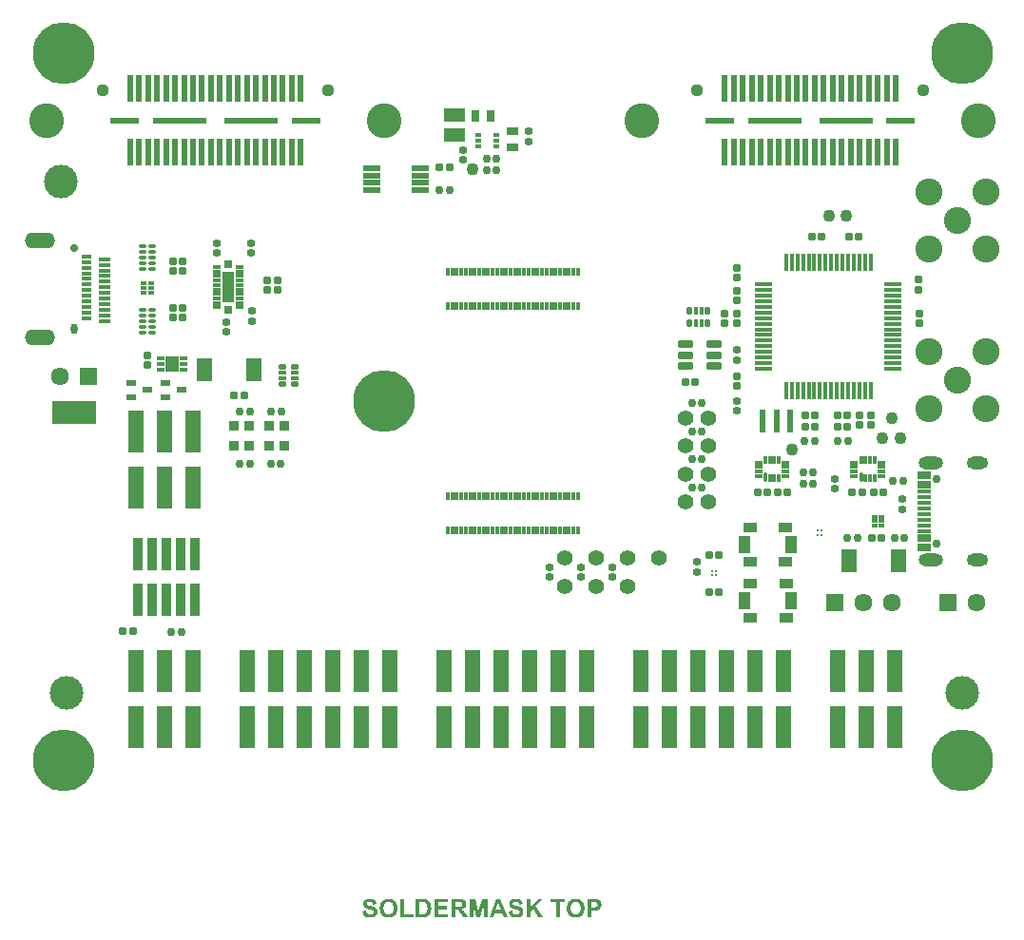
<source format=gts>
G04*
G04 #@! TF.GenerationSoftware,Altium Limited,Altium Designer,23.2.1 (34)*
G04*
G04 Layer_Color=8388736*
%FSLAX25Y25*%
%MOIN*%
G70*
G04*
G04 #@! TF.SameCoordinates,387CD6D3-576D-47AB-95CD-A910FB3B32EF*
G04*
G04*
G04 #@! TF.FilePolarity,Negative*
G04*
G01*
G75*
%ADD25R,0.05512X0.08268*%
%ADD26C,0.01000*%
%ADD36R,0.04500X0.01200*%
%ADD42C,0.00800*%
%ADD69R,0.05402X0.14890*%
G04:AMPARAMS|DCode=70|XSize=25.26mil|YSize=27.62mil|CornerRadius=7.53mil|HoleSize=0mil|Usage=FLASHONLY|Rotation=180.000|XOffset=0mil|YOffset=0mil|HoleType=Round|Shape=RoundedRectangle|*
%AMROUNDEDRECTD70*
21,1,0.02526,0.01257,0,0,180.0*
21,1,0.01021,0.02762,0,0,180.0*
1,1,0.01506,-0.00510,0.00628*
1,1,0.01506,0.00510,0.00628*
1,1,0.01506,0.00510,-0.00628*
1,1,0.01506,-0.00510,-0.00628*
%
%ADD70ROUNDEDRECTD70*%
G04:AMPARAMS|DCode=71|XSize=23.68mil|YSize=27.62mil|CornerRadius=7.12mil|HoleSize=0mil|Usage=FLASHONLY|Rotation=0.000|XOffset=0mil|YOffset=0mil|HoleType=Round|Shape=RoundedRectangle|*
%AMROUNDEDRECTD71*
21,1,0.02368,0.01339,0,0,0.0*
21,1,0.00945,0.02762,0,0,0.0*
1,1,0.01424,0.00472,-0.00669*
1,1,0.01424,-0.00472,-0.00669*
1,1,0.01424,-0.00472,0.00669*
1,1,0.01424,0.00472,0.00669*
%
%ADD71ROUNDEDRECTD71*%
%ADD72R,0.03300X0.11400*%
G04:AMPARAMS|DCode=73|XSize=25.26mil|YSize=27.62mil|CornerRadius=7.53mil|HoleSize=0mil|Usage=FLASHONLY|Rotation=90.000|XOffset=0mil|YOffset=0mil|HoleType=Round|Shape=RoundedRectangle|*
%AMROUNDEDRECTD73*
21,1,0.02526,0.01257,0,0,90.0*
21,1,0.01021,0.02762,0,0,90.0*
1,1,0.01506,0.00628,0.00510*
1,1,0.01506,0.00628,-0.00510*
1,1,0.01506,-0.00628,-0.00510*
1,1,0.01506,-0.00628,0.00510*
%
%ADD73ROUNDEDRECTD73*%
%ADD74R,0.04140X0.05912*%
%ADD75R,0.04928X0.03353*%
%ADD76R,0.03353X0.03550*%
%ADD77R,0.03661X0.02441*%
%ADD78R,0.02270X0.01581*%
%ADD79C,0.04337*%
%ADD80R,0.07565X0.05124*%
%ADD81R,0.04900X0.02700*%
G04:AMPARAMS|DCode=82|XSize=61.87mil|YSize=22.9mil|CornerRadius=4.36mil|HoleSize=0mil|Usage=FLASHONLY|Rotation=0.000|XOffset=0mil|YOffset=0mil|HoleType=Round|Shape=RoundedRectangle|*
%AMROUNDEDRECTD82*
21,1,0.06187,0.01417,0,0,0.0*
21,1,0.05315,0.02290,0,0,0.0*
1,1,0.00872,0.02657,-0.00709*
1,1,0.00872,-0.02657,-0.00709*
1,1,0.00872,-0.02657,0.00709*
1,1,0.00872,0.02657,0.00709*
%
%ADD82ROUNDEDRECTD82*%
%ADD83R,0.02994X0.04094*%
%ADD84R,0.04094X0.02994*%
G04:AMPARAMS|DCode=85|XSize=23.68mil|YSize=27.62mil|CornerRadius=7.12mil|HoleSize=0mil|Usage=FLASHONLY|Rotation=90.000|XOffset=0mil|YOffset=0mil|HoleType=Round|Shape=RoundedRectangle|*
%AMROUNDEDRECTD85*
21,1,0.02368,0.01339,0,0,90.0*
21,1,0.00945,0.02762,0,0,90.0*
1,1,0.01424,0.00669,0.00472*
1,1,0.01424,0.00669,-0.00472*
1,1,0.01424,-0.00669,-0.00472*
1,1,0.01424,-0.00669,0.00472*
%
%ADD85ROUNDEDRECTD85*%
%ADD86R,0.01975X0.07880*%
%ADD87R,0.05400X0.14888*%
G04:AMPARAMS|DCode=88|XSize=27.62mil|YSize=11.87mil|CornerRadius=2.98mil|HoleSize=0mil|Usage=FLASHONLY|Rotation=180.000|XOffset=0mil|YOffset=0mil|HoleType=Round|Shape=RoundedRectangle|*
%AMROUNDEDRECTD88*
21,1,0.02762,0.00591,0,0,180.0*
21,1,0.02165,0.01187,0,0,180.0*
1,1,0.00597,-0.01083,0.00295*
1,1,0.00597,0.01083,0.00295*
1,1,0.00597,0.01083,-0.00295*
1,1,0.00597,-0.01083,-0.00295*
%
%ADD88ROUNDEDRECTD88*%
G04:AMPARAMS|DCode=89|XSize=31.56mil|YSize=11.87mil|CornerRadius=2.98mil|HoleSize=0mil|Usage=FLASHONLY|Rotation=90.000|XOffset=0mil|YOffset=0mil|HoleType=Round|Shape=RoundedRectangle|*
%AMROUNDEDRECTD89*
21,1,0.03156,0.00591,0,0,90.0*
21,1,0.02559,0.01187,0,0,90.0*
1,1,0.00597,0.00295,0.01280*
1,1,0.00597,0.00295,-0.01280*
1,1,0.00597,-0.00295,-0.01280*
1,1,0.00597,-0.00295,0.01280*
%
%ADD89ROUNDEDRECTD89*%
G04:AMPARAMS|DCode=90|XSize=27.62mil|YSize=11.87mil|CornerRadius=2.98mil|HoleSize=0mil|Usage=FLASHONLY|Rotation=90.000|XOffset=0mil|YOffset=0mil|HoleType=Round|Shape=RoundedRectangle|*
%AMROUNDEDRECTD90*
21,1,0.02762,0.00591,0,0,90.0*
21,1,0.02165,0.01187,0,0,90.0*
1,1,0.00597,0.00295,0.01083*
1,1,0.00597,0.00295,-0.01083*
1,1,0.00597,-0.00295,-0.01083*
1,1,0.00597,-0.00295,0.01083*
%
%ADD90ROUNDEDRECTD90*%
%ADD91R,0.01187X0.03156*%
G04:AMPARAMS|DCode=92|XSize=29.59mil|YSize=19.75mil|CornerRadius=5.94mil|HoleSize=0mil|Usage=FLASHONLY|Rotation=180.000|XOffset=0mil|YOffset=0mil|HoleType=Round|Shape=RoundedRectangle|*
%AMROUNDEDRECTD92*
21,1,0.02959,0.00787,0,0,180.0*
21,1,0.01772,0.01975,0,0,180.0*
1,1,0.01187,-0.00886,0.00394*
1,1,0.01187,0.00886,0.00394*
1,1,0.01187,0.00886,-0.00394*
1,1,0.01187,-0.00886,-0.00394*
%
%ADD92ROUNDEDRECTD92*%
G04:AMPARAMS|DCode=93|XSize=29.59mil|YSize=15.81mil|CornerRadius=4.95mil|HoleSize=0mil|Usage=FLASHONLY|Rotation=180.000|XOffset=0mil|YOffset=0mil|HoleType=Round|Shape=RoundedRectangle|*
%AMROUNDEDRECTD93*
21,1,0.02959,0.00591,0,0,180.0*
21,1,0.01968,0.01581,0,0,180.0*
1,1,0.00991,-0.00984,0.00295*
1,1,0.00991,0.00984,0.00295*
1,1,0.00991,0.00984,-0.00295*
1,1,0.00991,-0.00984,-0.00295*
%
%ADD93ROUNDEDRECTD93*%
%ADD94R,0.15400X0.08400*%
%ADD95R,0.03543X0.01457*%
%ADD96R,0.03937X0.01457*%
G04:AMPARAMS|DCode=97|XSize=26.18mil|YSize=11.81mil|CornerRadius=3.94mil|HoleSize=0mil|Usage=FLASHONLY|Rotation=0.000|XOffset=0mil|YOffset=0mil|HoleType=Round|Shape=RoundedRectangle|*
%AMROUNDEDRECTD97*
21,1,0.02618,0.00394,0,0,0.0*
21,1,0.01831,0.01181,0,0,0.0*
1,1,0.00787,0.00915,-0.00197*
1,1,0.00787,-0.00915,-0.00197*
1,1,0.00787,-0.00915,0.00197*
1,1,0.00787,0.00915,0.00197*
%
%ADD97ROUNDEDRECTD97*%
G04:AMPARAMS|DCode=98|XSize=26.18mil|YSize=11.81mil|CornerRadius=2.95mil|HoleSize=0mil|Usage=FLASHONLY|Rotation=0.000|XOffset=0mil|YOffset=0mil|HoleType=Round|Shape=RoundedRectangle|*
%AMROUNDEDRECTD98*
21,1,0.02618,0.00591,0,0,0.0*
21,1,0.02028,0.01181,0,0,0.0*
1,1,0.00591,0.01014,-0.00295*
1,1,0.00591,-0.01014,-0.00295*
1,1,0.00591,-0.01014,0.00295*
1,1,0.00591,0.01014,0.00295*
%
%ADD98ROUNDEDRECTD98*%
G04:AMPARAMS|DCode=99|XSize=29.98mil|YSize=12.66mil|CornerRadius=3.08mil|HoleSize=0mil|Usage=FLASHONLY|Rotation=180.000|XOffset=0mil|YOffset=0mil|HoleType=Round|Shape=RoundedRectangle|*
%AMROUNDEDRECTD99*
21,1,0.02998,0.00650,0,0,180.0*
21,1,0.02382,0.01266,0,0,180.0*
1,1,0.00617,-0.01191,0.00325*
1,1,0.00617,0.01191,0.00325*
1,1,0.00617,0.01191,-0.00325*
1,1,0.00617,-0.01191,-0.00325*
%
%ADD99ROUNDEDRECTD99*%
%ADD100R,0.03943X0.11030*%
G04:AMPARAMS|DCode=101|XSize=12.66mil|YSize=29.98mil|CornerRadius=3.08mil|HoleSize=0mil|Usage=FLASHONLY|Rotation=180.000|XOffset=0mil|YOffset=0mil|HoleType=Round|Shape=RoundedRectangle|*
%AMROUNDEDRECTD101*
21,1,0.01266,0.02382,0,0,180.0*
21,1,0.00650,0.02998,0,0,180.0*
1,1,0.00617,-0.00325,0.01191*
1,1,0.00617,0.00325,0.01191*
1,1,0.00617,0.00325,-0.01191*
1,1,0.00617,-0.00325,-0.01191*
%
%ADD101ROUNDEDRECTD101*%
%ADD102R,0.04928X0.05518*%
%ADD103R,0.02762X0.01581*%
%ADD104R,0.02054X0.01266*%
G04:AMPARAMS|DCode=105|XSize=51.64mil|YSize=26.84mil|CornerRadius=4.85mil|HoleSize=0mil|Usage=FLASHONLY|Rotation=180.000|XOffset=0mil|YOffset=0mil|HoleType=Round|Shape=RoundedRectangle|*
%AMROUNDEDRECTD105*
21,1,0.05164,0.01713,0,0,180.0*
21,1,0.04193,0.02684,0,0,180.0*
1,1,0.00971,-0.02097,0.00856*
1,1,0.00971,0.02097,0.00856*
1,1,0.00971,0.02097,-0.00856*
1,1,0.00971,-0.02097,-0.00856*
%
%ADD105ROUNDEDRECTD105*%
%ADD106R,0.06207X0.01581*%
%ADD107R,0.01581X0.06207*%
%ADD108O,0.01581X0.06207*%
%ADD109R,0.02014X0.09337*%
%ADD110R,0.02014X0.09337*%
%ADD111R,0.10400X0.02093*%
%ADD112R,0.18904X0.02093*%
%ADD113C,0.11811*%
G04:AMPARAMS|DCode=114|XSize=29.59mil|YSize=19.75mil|CornerRadius=5.94mil|HoleSize=0mil|Usage=FLASHONLY|Rotation=90.000|XOffset=0mil|YOffset=0mil|HoleType=Round|Shape=RoundedRectangle|*
%AMROUNDEDRECTD114*
21,1,0.02959,0.00787,0,0,90.0*
21,1,0.01772,0.01975,0,0,90.0*
1,1,0.01187,0.00394,0.00886*
1,1,0.01187,0.00394,-0.00886*
1,1,0.01187,-0.00394,-0.00886*
1,1,0.01187,-0.00394,0.00886*
%
%ADD114ROUNDEDRECTD114*%
G04:AMPARAMS|DCode=115|XSize=29.59mil|YSize=15.81mil|CornerRadius=4.95mil|HoleSize=0mil|Usage=FLASHONLY|Rotation=90.000|XOffset=0mil|YOffset=0mil|HoleType=Round|Shape=RoundedRectangle|*
%AMROUNDEDRECTD115*
21,1,0.02959,0.00591,0,0,90.0*
21,1,0.01968,0.01581,0,0,90.0*
1,1,0.00991,0.00295,0.00984*
1,1,0.00991,0.00295,-0.00984*
1,1,0.00991,-0.00295,-0.00984*
1,1,0.00991,-0.00295,0.00984*
%
%ADD115ROUNDEDRECTD115*%
%ADD116C,0.09494*%
%ADD117C,0.05518*%
%ADD118C,0.21660*%
%ADD119C,0.03000*%
%ADD120O,0.08668X0.04337*%
%ADD121O,0.07487X0.04337*%
%ADD122R,0.06337X0.06337*%
%ADD123C,0.06337*%
%ADD124O,0.10636X0.05518*%
%ADD125O,0.02368X0.03747*%
%ADD126C,0.02880*%
%ADD127C,0.12205*%
%ADD128C,0.04416*%
%ADD129C,0.03400*%
G36*
X158716Y-48574D02*
X158818Y-48583D01*
X158938Y-48592D01*
X159059Y-48611D01*
X159197Y-48629D01*
X159493Y-48694D01*
X159641Y-48740D01*
X159789Y-48787D01*
X159937Y-48851D01*
X160076Y-48925D01*
X160206Y-49009D01*
X160326Y-49101D01*
X160335Y-49110D01*
X160354Y-49129D01*
X160381Y-49157D01*
X160418Y-49194D01*
X160465Y-49249D01*
X160520Y-49314D01*
X160576Y-49388D01*
X160640Y-49471D01*
X160696Y-49573D01*
X160751Y-49675D01*
X160807Y-49795D01*
X160853Y-49924D01*
X160899Y-50054D01*
X160936Y-50202D01*
X160964Y-50350D01*
X160973Y-50516D01*
X159678Y-50563D01*
Y-50553D01*
Y-50544D01*
X159660Y-50479D01*
X159641Y-50396D01*
X159604Y-50294D01*
X159558Y-50174D01*
X159493Y-50063D01*
X159410Y-49952D01*
X159318Y-49860D01*
X159308Y-49850D01*
X159271Y-49823D01*
X159207Y-49786D01*
X159114Y-49749D01*
X159003Y-49712D01*
X158864Y-49675D01*
X158698Y-49647D01*
X158504Y-49638D01*
X158411D01*
X158309Y-49647D01*
X158189Y-49665D01*
X158050Y-49693D01*
X157902Y-49739D01*
X157764Y-49795D01*
X157634Y-49878D01*
X157625Y-49887D01*
X157606Y-49906D01*
X157569Y-49934D01*
X157532Y-49980D01*
X157495Y-50035D01*
X157458Y-50109D01*
X157440Y-50183D01*
X157431Y-50276D01*
Y-50285D01*
Y-50313D01*
X157440Y-50359D01*
X157458Y-50405D01*
X157477Y-50470D01*
X157505Y-50535D01*
X157551Y-50600D01*
X157616Y-50664D01*
X157625Y-50674D01*
X157671Y-50701D01*
X157699Y-50720D01*
X157745Y-50738D01*
X157791Y-50766D01*
X157856Y-50794D01*
X157930Y-50822D01*
X158013Y-50859D01*
X158115Y-50896D01*
X158217Y-50933D01*
X158346Y-50970D01*
X158485Y-51007D01*
X158633Y-51044D01*
X158800Y-51090D01*
X158809D01*
X158846Y-51099D01*
X158892Y-51108D01*
X158957Y-51127D01*
X159031Y-51145D01*
X159123Y-51173D01*
X159225Y-51201D01*
X159327Y-51229D01*
X159549Y-51303D01*
X159780Y-51377D01*
X160002Y-51460D01*
X160095Y-51506D01*
X160187Y-51552D01*
X160196D01*
X160206Y-51562D01*
X160261Y-51599D01*
X160344Y-51654D01*
X160446Y-51728D01*
X160557Y-51821D01*
X160677Y-51932D01*
X160798Y-52061D01*
X160899Y-52209D01*
X160909Y-52228D01*
X160936Y-52283D01*
X160983Y-52366D01*
X161029Y-52487D01*
X161075Y-52635D01*
X161121Y-52810D01*
X161149Y-53005D01*
X161158Y-53227D01*
Y-53236D01*
Y-53254D01*
Y-53282D01*
Y-53319D01*
X161149Y-53365D01*
X161140Y-53430D01*
X161121Y-53560D01*
X161084Y-53726D01*
X161029Y-53902D01*
X160946Y-54078D01*
X160844Y-54263D01*
Y-54272D01*
X160825Y-54281D01*
X160788Y-54337D01*
X160714Y-54429D01*
X160622Y-54531D01*
X160502Y-54651D01*
X160344Y-54762D01*
X160178Y-54873D01*
X159974Y-54975D01*
X159965D01*
X159947Y-54984D01*
X159919Y-54993D01*
X159873Y-55012D01*
X159817Y-55030D01*
X159752Y-55049D01*
X159678Y-55067D01*
X159595Y-55086D01*
X159493Y-55114D01*
X159392Y-55132D01*
X159151Y-55169D01*
X158883Y-55197D01*
X158587Y-55206D01*
X158467D01*
X158383Y-55197D01*
X158282Y-55188D01*
X158171Y-55178D01*
X158041Y-55160D01*
X157902Y-55132D01*
X157597Y-55067D01*
X157440Y-55021D01*
X157292Y-54975D01*
X157135Y-54910D01*
X156987Y-54836D01*
X156848Y-54753D01*
X156718Y-54651D01*
X156709Y-54642D01*
X156691Y-54623D01*
X156654Y-54596D01*
X156617Y-54549D01*
X156561Y-54485D01*
X156506Y-54411D01*
X156441Y-54327D01*
X156376Y-54235D01*
X156311Y-54124D01*
X156247Y-54004D01*
X156182Y-53865D01*
X156117Y-53717D01*
X156071Y-53560D01*
X156015Y-53384D01*
X155978Y-53199D01*
X155951Y-53005D01*
X157209Y-52884D01*
Y-52894D01*
X157218Y-52912D01*
Y-52949D01*
X157227Y-52986D01*
X157264Y-53097D01*
X157310Y-53236D01*
X157366Y-53393D01*
X157449Y-53550D01*
X157542Y-53689D01*
X157662Y-53819D01*
X157680Y-53828D01*
X157727Y-53865D01*
X157801Y-53911D01*
X157912Y-53967D01*
X158050Y-54022D01*
X158208Y-54068D01*
X158393Y-54105D01*
X158605Y-54115D01*
X158707D01*
X158818Y-54096D01*
X158957Y-54078D01*
X159105Y-54050D01*
X159262Y-54004D01*
X159410Y-53939D01*
X159540Y-53856D01*
X159558Y-53846D01*
X159595Y-53809D01*
X159641Y-53754D01*
X159706Y-53680D01*
X159762Y-53587D01*
X159817Y-53476D01*
X159854Y-53365D01*
X159863Y-53236D01*
Y-53227D01*
Y-53199D01*
X159854Y-53153D01*
X159845Y-53097D01*
X159826Y-53042D01*
X159808Y-52977D01*
X159771Y-52912D01*
X159725Y-52847D01*
X159715Y-52838D01*
X159697Y-52820D01*
X159669Y-52792D01*
X159623Y-52755D01*
X159558Y-52709D01*
X159475Y-52662D01*
X159382Y-52616D01*
X159262Y-52570D01*
X159253D01*
X159216Y-52551D01*
X159151Y-52533D01*
X159105Y-52514D01*
X159049Y-52505D01*
X158985Y-52487D01*
X158911Y-52459D01*
X158827Y-52440D01*
X158735Y-52413D01*
X158624Y-52385D01*
X158504Y-52357D01*
X158374Y-52320D01*
X158226Y-52283D01*
X158217D01*
X158180Y-52274D01*
X158124Y-52255D01*
X158060Y-52237D01*
X157976Y-52209D01*
X157875Y-52181D01*
X157773Y-52144D01*
X157653Y-52107D01*
X157412Y-52015D01*
X157181Y-51904D01*
X157061Y-51848D01*
X156959Y-51784D01*
X156857Y-51719D01*
X156774Y-51654D01*
X156765Y-51645D01*
X156746Y-51626D01*
X156718Y-51599D01*
X156681Y-51562D01*
X156635Y-51506D01*
X156589Y-51441D01*
X156533Y-51377D01*
X156487Y-51293D01*
X156376Y-51099D01*
X156284Y-50877D01*
X156247Y-50757D01*
X156219Y-50637D01*
X156200Y-50498D01*
X156191Y-50359D01*
Y-50350D01*
Y-50341D01*
Y-50313D01*
Y-50276D01*
X156210Y-50183D01*
X156228Y-50063D01*
X156256Y-49924D01*
X156302Y-49767D01*
X156367Y-49601D01*
X156459Y-49443D01*
Y-49434D01*
X156469Y-49425D01*
X156515Y-49369D01*
X156570Y-49295D01*
X156663Y-49203D01*
X156774Y-49101D01*
X156913Y-48990D01*
X157070Y-48888D01*
X157255Y-48796D01*
X157264D01*
X157283Y-48787D01*
X157310Y-48777D01*
X157347Y-48759D01*
X157403Y-48740D01*
X157458Y-48722D01*
X157532Y-48703D01*
X157616Y-48676D01*
X157801Y-48639D01*
X158013Y-48602D01*
X158254Y-48574D01*
X158522Y-48565D01*
X158633D01*
X158716Y-48574D01*
D02*
G37*
G36*
X107536Y-48574D02*
X107638Y-48583D01*
X107758Y-48592D01*
X107878Y-48611D01*
X108017Y-48629D01*
X108313Y-48694D01*
X108461Y-48740D01*
X108609Y-48787D01*
X108757Y-48851D01*
X108896Y-48925D01*
X109025Y-49009D01*
X109146Y-49101D01*
X109155Y-49110D01*
X109173Y-49129D01*
X109201Y-49157D01*
X109238Y-49194D01*
X109284Y-49249D01*
X109340Y-49314D01*
X109395Y-49388D01*
X109460Y-49471D01*
X109516Y-49573D01*
X109571Y-49675D01*
X109627Y-49795D01*
X109673Y-49924D01*
X109719Y-50054D01*
X109756Y-50202D01*
X109784Y-50350D01*
X109793Y-50516D01*
X108498Y-50563D01*
Y-50553D01*
Y-50544D01*
X108480Y-50479D01*
X108461Y-50396D01*
X108424Y-50294D01*
X108378Y-50174D01*
X108313Y-50063D01*
X108230Y-49952D01*
X108137Y-49860D01*
X108128Y-49850D01*
X108091Y-49823D01*
X108026Y-49786D01*
X107934Y-49749D01*
X107823Y-49712D01*
X107684Y-49675D01*
X107518Y-49647D01*
X107323Y-49638D01*
X107231D01*
X107129Y-49647D01*
X107009Y-49665D01*
X106870Y-49693D01*
X106722Y-49739D01*
X106583Y-49795D01*
X106454Y-49878D01*
X106445Y-49887D01*
X106426Y-49906D01*
X106389Y-49934D01*
X106352Y-49980D01*
X106315Y-50035D01*
X106278Y-50109D01*
X106260Y-50183D01*
X106250Y-50276D01*
Y-50285D01*
Y-50313D01*
X106260Y-50359D01*
X106278Y-50405D01*
X106297Y-50470D01*
X106324Y-50535D01*
X106371Y-50600D01*
X106435Y-50664D01*
X106445Y-50674D01*
X106491Y-50701D01*
X106519Y-50720D01*
X106565Y-50738D01*
X106611Y-50766D01*
X106676Y-50794D01*
X106750Y-50822D01*
X106833Y-50859D01*
X106935Y-50896D01*
X107037Y-50933D01*
X107166Y-50970D01*
X107305Y-51007D01*
X107453Y-51044D01*
X107619Y-51090D01*
X107629D01*
X107666Y-51099D01*
X107712Y-51108D01*
X107777Y-51127D01*
X107851Y-51145D01*
X107943Y-51173D01*
X108045Y-51201D01*
X108147Y-51229D01*
X108369Y-51303D01*
X108600Y-51377D01*
X108822Y-51460D01*
X108914Y-51506D01*
X109007Y-51552D01*
X109016D01*
X109025Y-51562D01*
X109081Y-51599D01*
X109164Y-51654D01*
X109266Y-51728D01*
X109377Y-51821D01*
X109497Y-51932D01*
X109617Y-52061D01*
X109719Y-52209D01*
X109728Y-52228D01*
X109756Y-52283D01*
X109802Y-52366D01*
X109849Y-52487D01*
X109895Y-52635D01*
X109941Y-52810D01*
X109969Y-53005D01*
X109978Y-53227D01*
Y-53236D01*
Y-53254D01*
Y-53282D01*
Y-53319D01*
X109969Y-53365D01*
X109960Y-53430D01*
X109941Y-53560D01*
X109904Y-53726D01*
X109849Y-53902D01*
X109765Y-54078D01*
X109664Y-54263D01*
Y-54272D01*
X109645Y-54281D01*
X109608Y-54337D01*
X109534Y-54429D01*
X109442Y-54531D01*
X109321Y-54651D01*
X109164Y-54762D01*
X108998Y-54873D01*
X108794Y-54975D01*
X108785D01*
X108766Y-54984D01*
X108739Y-54993D01*
X108692Y-55012D01*
X108637Y-55030D01*
X108572Y-55049D01*
X108498Y-55067D01*
X108415Y-55086D01*
X108313Y-55114D01*
X108211Y-55132D01*
X107971Y-55169D01*
X107703Y-55197D01*
X107407Y-55206D01*
X107286D01*
X107203Y-55197D01*
X107101Y-55188D01*
X106990Y-55178D01*
X106861Y-55160D01*
X106722Y-55132D01*
X106417Y-55067D01*
X106260Y-55021D01*
X106112Y-54975D01*
X105954Y-54910D01*
X105806Y-54836D01*
X105668Y-54753D01*
X105538Y-54651D01*
X105529Y-54642D01*
X105510Y-54623D01*
X105473Y-54596D01*
X105436Y-54549D01*
X105381Y-54485D01*
X105325Y-54411D01*
X105261Y-54327D01*
X105196Y-54235D01*
X105131Y-54124D01*
X105066Y-54004D01*
X105002Y-53865D01*
X104937Y-53717D01*
X104891Y-53560D01*
X104835Y-53384D01*
X104798Y-53199D01*
X104770Y-53005D01*
X106028Y-52884D01*
Y-52894D01*
X106038Y-52912D01*
Y-52949D01*
X106047Y-52986D01*
X106084Y-53097D01*
X106130Y-53236D01*
X106186Y-53393D01*
X106269Y-53550D01*
X106361Y-53689D01*
X106482Y-53819D01*
X106500Y-53828D01*
X106546Y-53865D01*
X106620Y-53911D01*
X106731Y-53967D01*
X106870Y-54022D01*
X107027Y-54068D01*
X107212Y-54105D01*
X107425Y-54115D01*
X107527D01*
X107638Y-54096D01*
X107777Y-54078D01*
X107925Y-54050D01*
X108082Y-54004D01*
X108230Y-53939D01*
X108359Y-53856D01*
X108378Y-53846D01*
X108415Y-53809D01*
X108461Y-53754D01*
X108526Y-53680D01*
X108581Y-53587D01*
X108637Y-53476D01*
X108674Y-53365D01*
X108683Y-53236D01*
Y-53227D01*
Y-53199D01*
X108674Y-53153D01*
X108665Y-53097D01*
X108646Y-53042D01*
X108628Y-52977D01*
X108591Y-52912D01*
X108544Y-52847D01*
X108535Y-52838D01*
X108517Y-52820D01*
X108489Y-52792D01*
X108443Y-52755D01*
X108378Y-52709D01*
X108295Y-52662D01*
X108202Y-52616D01*
X108082Y-52570D01*
X108073D01*
X108036Y-52551D01*
X107971Y-52533D01*
X107925Y-52514D01*
X107869Y-52505D01*
X107804Y-52487D01*
X107730Y-52459D01*
X107647Y-52440D01*
X107555Y-52413D01*
X107444Y-52385D01*
X107323Y-52357D01*
X107194Y-52320D01*
X107046Y-52283D01*
X107037D01*
X107000Y-52274D01*
X106944Y-52255D01*
X106879Y-52237D01*
X106796Y-52209D01*
X106694Y-52181D01*
X106593Y-52144D01*
X106472Y-52107D01*
X106232Y-52015D01*
X106001Y-51904D01*
X105880Y-51848D01*
X105779Y-51784D01*
X105677Y-51719D01*
X105594Y-51654D01*
X105584Y-51645D01*
X105566Y-51626D01*
X105538Y-51599D01*
X105501Y-51562D01*
X105455Y-51506D01*
X105409Y-51441D01*
X105353Y-51377D01*
X105307Y-51293D01*
X105196Y-51099D01*
X105103Y-50877D01*
X105066Y-50757D01*
X105039Y-50637D01*
X105020Y-50498D01*
X105011Y-50359D01*
Y-50350D01*
Y-50341D01*
Y-50313D01*
Y-50276D01*
X105029Y-50183D01*
X105048Y-50063D01*
X105076Y-49924D01*
X105122Y-49767D01*
X105187Y-49601D01*
X105279Y-49443D01*
Y-49434D01*
X105288Y-49425D01*
X105335Y-49369D01*
X105390Y-49295D01*
X105483Y-49203D01*
X105594Y-49101D01*
X105732Y-48990D01*
X105890Y-48888D01*
X106075Y-48796D01*
X106084D01*
X106102Y-48787D01*
X106130Y-48777D01*
X106167Y-48759D01*
X106223Y-48740D01*
X106278Y-48722D01*
X106352Y-48703D01*
X106435Y-48676D01*
X106620Y-48639D01*
X106833Y-48602D01*
X107074Y-48574D01*
X107342Y-48565D01*
X107453D01*
X107536Y-48574D01*
D02*
G37*
G36*
X165497Y-51182D02*
X168040Y-55086D01*
X166366D01*
X164599Y-52080D01*
X163554Y-53153D01*
Y-55086D01*
X162259D01*
Y-48685D01*
X163554D01*
Y-51534D01*
X166181Y-48685D01*
X167920D01*
X165497Y-51182D01*
D02*
G37*
G36*
X148523Y-55086D02*
X147330D01*
X147320Y-50054D01*
X146062Y-55086D01*
X144814D01*
X143556Y-50054D01*
Y-55086D01*
X142362D01*
Y-48685D01*
X144296D01*
X145443Y-53060D01*
X146580Y-48685D01*
X148523D01*
Y-55086D01*
D02*
G37*
G36*
X186087Y-48694D02*
X186328D01*
X186587Y-48713D01*
X186846Y-48731D01*
X186957Y-48740D01*
X187068Y-48750D01*
X187160Y-48768D01*
X187234Y-48787D01*
X187243D01*
X187262Y-48796D01*
X187290Y-48805D01*
X187327Y-48814D01*
X187428Y-48861D01*
X187558Y-48916D01*
X187697Y-48999D01*
X187854Y-49110D01*
X188002Y-49249D01*
X188150Y-49416D01*
Y-49425D01*
X188168Y-49434D01*
X188187Y-49462D01*
X188205Y-49499D01*
X188242Y-49554D01*
X188270Y-49610D01*
X188307Y-49675D01*
X188344Y-49749D01*
X188409Y-49934D01*
X188474Y-50137D01*
X188511Y-50387D01*
X188529Y-50655D01*
Y-50664D01*
Y-50683D01*
Y-50711D01*
Y-50757D01*
X188520Y-50803D01*
Y-50868D01*
X188501Y-50997D01*
X188474Y-51155D01*
X188437Y-51330D01*
X188381Y-51497D01*
X188307Y-51654D01*
X188298Y-51673D01*
X188270Y-51719D01*
X188224Y-51793D01*
X188159Y-51885D01*
X188085Y-51978D01*
X187983Y-52089D01*
X187882Y-52191D01*
X187761Y-52283D01*
X187743Y-52292D01*
X187706Y-52320D01*
X187641Y-52357D01*
X187558Y-52403D01*
X187456Y-52459D01*
X187345Y-52505D01*
X187225Y-52551D01*
X187095Y-52588D01*
X187077D01*
X187049Y-52598D01*
X187012D01*
X186966Y-52607D01*
X186901Y-52616D01*
X186836Y-52625D01*
X186753D01*
X186670Y-52635D01*
X186568Y-52644D01*
X186457Y-52653D01*
X186337Y-52662D01*
X186207D01*
X186069Y-52672D01*
X184922D01*
Y-55086D01*
X183627D01*
Y-48685D01*
X185985D01*
X186087Y-48694D01*
D02*
G37*
G36*
X175829Y-49767D02*
X173942D01*
Y-55086D01*
X172647D01*
Y-49767D01*
X170751D01*
Y-48685D01*
X175829D01*
Y-49767D01*
D02*
G37*
G36*
X155599Y-55086D02*
X154202D01*
X153647Y-53634D01*
X151076D01*
X150549Y-55086D01*
X149180D01*
X151659Y-48685D01*
X153028D01*
X155599Y-55086D01*
D02*
G37*
G36*
X138894Y-48694D02*
X138995D01*
X139097Y-48703D01*
X139217D01*
X139458Y-48731D01*
X139708Y-48759D01*
X139939Y-48805D01*
X140041Y-48833D01*
X140133Y-48861D01*
X140142D01*
X140152Y-48870D01*
X140207Y-48898D01*
X140290Y-48944D01*
X140401Y-48999D01*
X140522Y-49092D01*
X140642Y-49194D01*
X140762Y-49323D01*
X140873Y-49480D01*
Y-49490D01*
X140882Y-49499D01*
X140901Y-49527D01*
X140919Y-49554D01*
X140966Y-49647D01*
X141021Y-49767D01*
X141067Y-49915D01*
X141114Y-50082D01*
X141151Y-50276D01*
X141160Y-50479D01*
Y-50489D01*
Y-50507D01*
Y-50553D01*
X141151Y-50600D01*
Y-50664D01*
X141141Y-50729D01*
X141104Y-50896D01*
X141058Y-51090D01*
X140984Y-51284D01*
X140873Y-51488D01*
X140808Y-51580D01*
X140734Y-51673D01*
X140725Y-51682D01*
X140716Y-51691D01*
X140688Y-51719D01*
X140651Y-51747D01*
X140614Y-51784D01*
X140559Y-51830D01*
X140494Y-51876D01*
X140420Y-51922D01*
X140337Y-51978D01*
X140235Y-52024D01*
X140133Y-52070D01*
X140022Y-52117D01*
X139893Y-52163D01*
X139763Y-52200D01*
X139624Y-52237D01*
X139467Y-52265D01*
X139476D01*
X139486Y-52274D01*
X139541Y-52311D01*
X139615Y-52357D01*
X139708Y-52422D01*
X139819Y-52505D01*
X139930Y-52588D01*
X140050Y-52690D01*
X140152Y-52801D01*
X140161Y-52810D01*
X140207Y-52857D01*
X140263Y-52931D01*
X140346Y-53042D01*
X140457Y-53180D01*
X140512Y-53273D01*
X140577Y-53365D01*
X140651Y-53467D01*
X140725Y-53578D01*
X140808Y-53708D01*
X140892Y-53837D01*
X141678Y-55086D01*
X140124D01*
X139199Y-53698D01*
X139190Y-53689D01*
X139180Y-53661D01*
X139153Y-53624D01*
X139116Y-53578D01*
X139079Y-53523D01*
X139032Y-53449D01*
X138931Y-53301D01*
X138810Y-53134D01*
X138699Y-52986D01*
X138598Y-52847D01*
X138551Y-52801D01*
X138514Y-52755D01*
X138505Y-52746D01*
X138487Y-52727D01*
X138450Y-52690D01*
X138403Y-52644D01*
X138339Y-52607D01*
X138274Y-52561D01*
X138200Y-52524D01*
X138126Y-52487D01*
X138117D01*
X138089Y-52477D01*
X138043Y-52459D01*
X137969Y-52450D01*
X137876Y-52431D01*
X137765Y-52422D01*
X137636Y-52413D01*
X137219D01*
Y-55086D01*
X135924D01*
Y-48685D01*
X138810D01*
X138894Y-48694D01*
D02*
G37*
G36*
X134703Y-49767D02*
X131253Y-49767D01*
Y-51182D01*
X134463Y-51182D01*
Y-52265D01*
X131253Y-52265D01*
Y-54004D01*
X134824Y-54004D01*
Y-55086D01*
X129958Y-55086D01*
Y-48685D01*
X134703Y-48685D01*
Y-49767D01*
D02*
G37*
G36*
X126129Y-48694D02*
X126304Y-48703D01*
X126499Y-48713D01*
X126702Y-48740D01*
X126896Y-48768D01*
X127072Y-48814D01*
X127081D01*
X127100Y-48824D01*
X127128Y-48833D01*
X127165Y-48842D01*
X127276Y-48888D01*
X127405Y-48953D01*
X127553Y-49036D01*
X127720Y-49138D01*
X127877Y-49258D01*
X128034Y-49406D01*
X128043D01*
X128053Y-49425D01*
X128099Y-49480D01*
X128173Y-49573D01*
X128256Y-49693D01*
X128358Y-49841D01*
X128460Y-50017D01*
X128561Y-50220D01*
X128645Y-50442D01*
Y-50452D01*
X128654Y-50470D01*
X128663Y-50507D01*
X128682Y-50553D01*
X128691Y-50609D01*
X128709Y-50683D01*
X128728Y-50766D01*
X128756Y-50859D01*
X128774Y-50960D01*
X128793Y-51081D01*
X128811Y-51201D01*
X128820Y-51340D01*
X128848Y-51626D01*
X128857Y-51950D01*
Y-51959D01*
Y-51987D01*
Y-52024D01*
Y-52080D01*
X128848Y-52154D01*
Y-52228D01*
X128839Y-52320D01*
X128830Y-52422D01*
X128811Y-52635D01*
X128774Y-52857D01*
X128719Y-53088D01*
X128654Y-53310D01*
Y-53319D01*
X128645Y-53338D01*
X128626Y-53375D01*
X128608Y-53430D01*
X128589Y-53486D01*
X128552Y-53550D01*
X128478Y-53717D01*
X128386Y-53893D01*
X128265Y-54087D01*
X128127Y-54272D01*
X127969Y-54448D01*
X127951Y-54466D01*
X127905Y-54503D01*
X127831Y-54559D01*
X127729Y-54633D01*
X127599Y-54716D01*
X127451Y-54799D01*
X127266Y-54882D01*
X127063Y-54956D01*
X127054D01*
X127044Y-54966D01*
X127017D01*
X126989Y-54975D01*
X126887Y-54993D01*
X126758Y-55021D01*
X126600Y-55049D01*
X126406Y-55067D01*
X126175Y-55077D01*
X125925Y-55086D01*
X123502D01*
Y-48685D01*
X126055D01*
X126129Y-48694D01*
D02*
G37*
G36*
X119358Y-54004D02*
X122577D01*
Y-55086D01*
X118063D01*
Y-48731D01*
X119358D01*
Y-54004D01*
D02*
G37*
G36*
X179631Y-48574D02*
X179723D01*
X179843Y-48592D01*
X179982Y-48611D01*
X180139Y-48639D01*
X180306Y-48676D01*
X180482Y-48722D01*
X180667Y-48777D01*
X180852Y-48851D01*
X181046Y-48935D01*
X181231Y-49036D01*
X181416Y-49157D01*
X181592Y-49295D01*
X181758Y-49453D01*
X181767Y-49462D01*
X181795Y-49490D01*
X181841Y-49545D01*
X181888Y-49610D01*
X181952Y-49702D01*
X182026Y-49813D01*
X182100Y-49943D01*
X182184Y-50091D01*
X182267Y-50248D01*
X182341Y-50433D01*
X182415Y-50637D01*
X182480Y-50849D01*
X182535Y-51090D01*
X182572Y-51340D01*
X182600Y-51608D01*
X182609Y-51895D01*
Y-51913D01*
Y-51959D01*
X182600Y-52043D01*
Y-52154D01*
X182581Y-52283D01*
X182563Y-52431D01*
X182535Y-52607D01*
X182507Y-52783D01*
X182461Y-52977D01*
X182406Y-53180D01*
X182332Y-53384D01*
X182248Y-53587D01*
X182156Y-53782D01*
X182036Y-53976D01*
X181906Y-54161D01*
X181758Y-54337D01*
X181749Y-54346D01*
X181721Y-54374D01*
X181675Y-54420D01*
X181601Y-54475D01*
X181518Y-54540D01*
X181416Y-54614D01*
X181296Y-54688D01*
X181166Y-54771D01*
X181009Y-54855D01*
X180842Y-54929D01*
X180657Y-55003D01*
X180454Y-55067D01*
X180241Y-55123D01*
X180010Y-55169D01*
X179769Y-55197D01*
X179510Y-55206D01*
X179446D01*
X179372Y-55197D01*
X179279Y-55188D01*
X179159Y-55178D01*
X179020Y-55160D01*
X178863Y-55132D01*
X178696Y-55095D01*
X178511Y-55049D01*
X178336Y-54993D01*
X178141Y-54919D01*
X177956Y-54836D01*
X177762Y-54744D01*
X177586Y-54623D01*
X177411Y-54494D01*
X177244Y-54337D01*
X177235Y-54327D01*
X177207Y-54300D01*
X177170Y-54244D01*
X177115Y-54179D01*
X177050Y-54087D01*
X176976Y-53976D01*
X176902Y-53856D01*
X176828Y-53708D01*
X176745Y-53550D01*
X176671Y-53365D01*
X176597Y-53171D01*
X176532Y-52958D01*
X176476Y-52727D01*
X176439Y-52477D01*
X176412Y-52209D01*
X176402Y-51932D01*
Y-51922D01*
Y-51885D01*
Y-51839D01*
X176412Y-51765D01*
Y-51682D01*
X176421Y-51589D01*
X176430Y-51478D01*
X176439Y-51358D01*
X176476Y-51099D01*
X176523Y-50822D01*
X176597Y-50544D01*
X176689Y-50285D01*
Y-50276D01*
X176698Y-50267D01*
X176717Y-50239D01*
X176726Y-50202D01*
X176782Y-50109D01*
X176846Y-49989D01*
X176930Y-49850D01*
X177031Y-49712D01*
X177152Y-49554D01*
X177281Y-49406D01*
X177290Y-49397D01*
X177300Y-49388D01*
X177346Y-49342D01*
X177429Y-49268D01*
X177531Y-49184D01*
X177651Y-49092D01*
X177790Y-48990D01*
X177947Y-48898D01*
X178114Y-48824D01*
X178123D01*
X178141Y-48814D01*
X178178Y-48796D01*
X178225Y-48787D01*
X178280Y-48759D01*
X178345Y-48740D01*
X178428Y-48722D01*
X178511Y-48694D01*
X178715Y-48648D01*
X178946Y-48602D01*
X179214Y-48574D01*
X179492Y-48565D01*
X179557D01*
X179631Y-48574D01*
D02*
G37*
G36*
X114039Y-48574D02*
X114131D01*
X114252Y-48592D01*
X114390Y-48611D01*
X114548Y-48639D01*
X114714Y-48676D01*
X114890Y-48722D01*
X115075Y-48777D01*
X115260Y-48851D01*
X115454Y-48935D01*
X115639Y-49036D01*
X115824Y-49157D01*
X116000Y-49295D01*
X116166Y-49453D01*
X116176Y-49462D01*
X116203Y-49490D01*
X116250Y-49545D01*
X116296Y-49610D01*
X116361Y-49702D01*
X116435Y-49813D01*
X116509Y-49943D01*
X116592Y-50091D01*
X116675Y-50248D01*
X116749Y-50433D01*
X116823Y-50637D01*
X116888Y-50849D01*
X116943Y-51090D01*
X116980Y-51340D01*
X117008Y-51608D01*
X117017Y-51895D01*
Y-51913D01*
Y-51959D01*
X117008Y-52043D01*
Y-52154D01*
X116990Y-52283D01*
X116971Y-52431D01*
X116943Y-52607D01*
X116916Y-52783D01*
X116869Y-52977D01*
X116814Y-53180D01*
X116740Y-53384D01*
X116657Y-53587D01*
X116564Y-53782D01*
X116444Y-53976D01*
X116314Y-54161D01*
X116166Y-54337D01*
X116157Y-54346D01*
X116129Y-54374D01*
X116083Y-54420D01*
X116009Y-54475D01*
X115926Y-54540D01*
X115824Y-54614D01*
X115704Y-54688D01*
X115574Y-54771D01*
X115417Y-54855D01*
X115251Y-54929D01*
X115066Y-55003D01*
X114862Y-55067D01*
X114649Y-55123D01*
X114418Y-55169D01*
X114178Y-55197D01*
X113919Y-55206D01*
X113854D01*
X113780Y-55197D01*
X113687Y-55188D01*
X113567Y-55178D01*
X113428Y-55160D01*
X113271Y-55132D01*
X113105Y-55095D01*
X112920Y-55049D01*
X112744Y-54993D01*
X112550Y-54919D01*
X112365Y-54836D01*
X112170Y-54744D01*
X111995Y-54623D01*
X111819Y-54494D01*
X111652Y-54337D01*
X111643Y-54327D01*
X111615Y-54300D01*
X111578Y-54244D01*
X111523Y-54179D01*
X111458Y-54087D01*
X111384Y-53976D01*
X111310Y-53856D01*
X111236Y-53708D01*
X111153Y-53550D01*
X111079Y-53365D01*
X111005Y-53171D01*
X110940Y-52958D01*
X110885Y-52727D01*
X110848Y-52477D01*
X110820Y-52209D01*
X110811Y-51932D01*
Y-51922D01*
Y-51885D01*
Y-51839D01*
X110820Y-51765D01*
Y-51682D01*
X110829Y-51589D01*
X110838Y-51478D01*
X110848Y-51358D01*
X110885Y-51099D01*
X110931Y-50822D01*
X111005Y-50544D01*
X111097Y-50285D01*
Y-50276D01*
X111107Y-50267D01*
X111125Y-50239D01*
X111134Y-50202D01*
X111190Y-50109D01*
X111255Y-49989D01*
X111338Y-49850D01*
X111440Y-49712D01*
X111560Y-49554D01*
X111689Y-49406D01*
X111699Y-49397D01*
X111708Y-49388D01*
X111754Y-49342D01*
X111837Y-49268D01*
X111939Y-49184D01*
X112059Y-49092D01*
X112198Y-48990D01*
X112355Y-48898D01*
X112522Y-48824D01*
X112531D01*
X112550Y-48814D01*
X112587Y-48796D01*
X112633Y-48787D01*
X112688Y-48759D01*
X112753Y-48740D01*
X112836Y-48722D01*
X112920Y-48694D01*
X113123Y-48648D01*
X113354Y-48602D01*
X113623Y-48574D01*
X113900Y-48565D01*
X113965D01*
X114039Y-48574D01*
D02*
G37*
%LPC*%
G36*
X185884Y-49767D02*
X184922D01*
Y-51589D01*
X185810D01*
X185874Y-51580D01*
X186041D01*
X186207Y-51571D01*
X186374Y-51552D01*
X186522Y-51525D01*
X186587Y-51515D01*
X186642Y-51497D01*
X186651Y-51488D01*
X186688Y-51478D01*
X186735Y-51451D01*
X186790Y-51423D01*
X186855Y-51377D01*
X186920Y-51321D01*
X186994Y-51256D01*
X187049Y-51182D01*
X187058Y-51173D01*
X187077Y-51145D01*
X187095Y-51099D01*
X187123Y-51034D01*
X187151Y-50960D01*
X187179Y-50877D01*
X187188Y-50785D01*
X187197Y-50683D01*
Y-50664D01*
Y-50627D01*
X187188Y-50563D01*
X187169Y-50479D01*
X187142Y-50387D01*
X187105Y-50285D01*
X187058Y-50193D01*
X186984Y-50100D01*
X186975Y-50091D01*
X186947Y-50063D01*
X186901Y-50026D01*
X186846Y-49980D01*
X186772Y-49924D01*
X186679Y-49878D01*
X186577Y-49841D01*
X186466Y-49813D01*
X186457D01*
X186420Y-49804D01*
X186355Y-49795D01*
X186263Y-49786D01*
X186143D01*
X186059Y-49776D01*
X185976D01*
X185884Y-49767D01*
D02*
G37*
G36*
X152334Y-50174D02*
X151464Y-52551D01*
X153231D01*
X152334Y-50174D01*
D02*
G37*
G36*
X138699Y-49767D02*
X137219D01*
Y-51395D01*
X138477D01*
X138662Y-51386D01*
X138857Y-51377D01*
X139051Y-51367D01*
X139134Y-51358D01*
X139208Y-51349D01*
X139282Y-51330D01*
X139328Y-51321D01*
X139338D01*
X139365Y-51303D01*
X139412Y-51284D01*
X139458Y-51256D01*
X139578Y-51173D01*
X139634Y-51118D01*
X139689Y-51053D01*
X139698Y-51044D01*
X139708Y-51016D01*
X139735Y-50979D01*
X139763Y-50923D01*
X139782Y-50849D01*
X139809Y-50766D01*
X139819Y-50674D01*
X139828Y-50572D01*
Y-50553D01*
Y-50516D01*
X139819Y-50461D01*
X139809Y-50387D01*
X139782Y-50304D01*
X139754Y-50220D01*
X139708Y-50128D01*
X139652Y-50054D01*
X139643Y-50045D01*
X139624Y-50017D01*
X139578Y-49989D01*
X139523Y-49943D01*
X139458Y-49897D01*
X139375Y-49860D01*
X139273Y-49823D01*
X139162Y-49795D01*
X139153D01*
X139125Y-49786D01*
X139069D01*
X138986Y-49776D01*
X138783D01*
X138699Y-49767D01*
D02*
G37*
G36*
X125638Y-49767D02*
X124797D01*
Y-54004D01*
X125934D01*
X126055Y-53994D01*
X126184D01*
X126314Y-53976D01*
X126434Y-53967D01*
X126536Y-53948D01*
X126554D01*
X126591Y-53930D01*
X126647Y-53911D01*
X126721Y-53883D01*
X126804Y-53846D01*
X126887Y-53800D01*
X126970Y-53745D01*
X127054Y-53680D01*
X127063Y-53671D01*
X127091Y-53643D01*
X127128Y-53597D01*
X127174Y-53532D01*
X127220Y-53449D01*
X127285Y-53347D01*
X127331Y-53217D01*
X127387Y-53069D01*
Y-53060D01*
X127396Y-53051D01*
Y-53023D01*
X127405Y-52986D01*
X127424Y-52949D01*
X127433Y-52894D01*
X127461Y-52755D01*
X127479Y-52588D01*
X127507Y-52394D01*
X127516Y-52154D01*
X127525Y-51895D01*
Y-51885D01*
Y-51858D01*
Y-51821D01*
Y-51774D01*
Y-51710D01*
X127516Y-51636D01*
X127507Y-51478D01*
X127488Y-51293D01*
X127470Y-51099D01*
X127433Y-50923D01*
X127387Y-50757D01*
Y-50748D01*
X127377Y-50738D01*
X127359Y-50692D01*
X127331Y-50618D01*
X127294Y-50526D01*
X127239Y-50433D01*
X127174Y-50331D01*
X127100Y-50230D01*
X127017Y-50137D01*
X127007Y-50128D01*
X126980Y-50100D01*
X126924Y-50063D01*
X126859Y-50017D01*
X126767Y-49961D01*
X126665Y-49915D01*
X126554Y-49869D01*
X126425Y-49832D01*
X126415D01*
X126369Y-49823D01*
X126295Y-49813D01*
X126193Y-49795D01*
X126129D01*
X126045Y-49786D01*
X125962D01*
X125870Y-49776D01*
X125759D01*
X125638Y-49767D01*
D02*
G37*
G36*
X179510Y-49665D02*
X179436D01*
X179381Y-49675D01*
X179307Y-49684D01*
X179233Y-49693D01*
X179048Y-49730D01*
X178844Y-49804D01*
X178733Y-49841D01*
X178622Y-49897D01*
X178521Y-49961D01*
X178410Y-50035D01*
X178308Y-50119D01*
X178215Y-50220D01*
X178206Y-50230D01*
X178197Y-50248D01*
X178169Y-50276D01*
X178141Y-50322D01*
X178104Y-50387D01*
X178067Y-50452D01*
X178021Y-50535D01*
X177975Y-50637D01*
X177929Y-50748D01*
X177882Y-50868D01*
X177845Y-51007D01*
X177808Y-51155D01*
X177781Y-51321D01*
X177753Y-51497D01*
X177744Y-51682D01*
X177734Y-51885D01*
Y-51895D01*
Y-51932D01*
Y-51987D01*
X177744Y-52061D01*
X177753Y-52154D01*
X177762Y-52265D01*
X177781Y-52376D01*
X177799Y-52505D01*
X177855Y-52773D01*
X177947Y-53042D01*
X178003Y-53180D01*
X178067Y-53310D01*
X178151Y-53430D01*
X178234Y-53541D01*
X178243Y-53550D01*
X178262Y-53569D01*
X178289Y-53597D01*
X178326Y-53624D01*
X178373Y-53671D01*
X178437Y-53717D01*
X178502Y-53772D01*
X178585Y-53819D01*
X178761Y-53930D01*
X178983Y-54013D01*
X179103Y-54050D01*
X179233Y-54078D01*
X179372Y-54096D01*
X179510Y-54105D01*
X179584D01*
X179640Y-54096D01*
X179705Y-54087D01*
X179779Y-54078D01*
X179954Y-54031D01*
X180158Y-53967D01*
X180260Y-53920D01*
X180371Y-53874D01*
X180472Y-53809D01*
X180583Y-53735D01*
X180685Y-53652D01*
X180778Y-53550D01*
X180787Y-53541D01*
X180796Y-53523D01*
X180824Y-53495D01*
X180852Y-53449D01*
X180898Y-53384D01*
X180935Y-53310D01*
X180981Y-53227D01*
X181027Y-53125D01*
X181074Y-53014D01*
X181120Y-52894D01*
X181166Y-52755D01*
X181203Y-52598D01*
X181231Y-52440D01*
X181259Y-52265D01*
X181268Y-52070D01*
X181277Y-51867D01*
Y-51858D01*
Y-51821D01*
Y-51765D01*
X181268Y-51682D01*
X181259Y-51589D01*
X181249Y-51488D01*
X181240Y-51367D01*
X181212Y-51247D01*
X181157Y-50979D01*
X181074Y-50701D01*
X181018Y-50563D01*
X180953Y-50442D01*
X180870Y-50322D01*
X180787Y-50211D01*
X180778Y-50202D01*
X180768Y-50183D01*
X180741Y-50165D01*
X180704Y-50128D01*
X180648Y-50082D01*
X180593Y-50035D01*
X180528Y-49989D01*
X180445Y-49934D01*
X180361Y-49887D01*
X180260Y-49841D01*
X180047Y-49749D01*
X179927Y-49712D01*
X179797Y-49693D01*
X179658Y-49675D01*
X179510Y-49665D01*
D02*
G37*
G36*
X113919Y-49665D02*
X113845D01*
X113789Y-49675D01*
X113715Y-49684D01*
X113641Y-49693D01*
X113456Y-49730D01*
X113253Y-49804D01*
X113142Y-49841D01*
X113031Y-49897D01*
X112929Y-49961D01*
X112818Y-50035D01*
X112716Y-50119D01*
X112624Y-50220D01*
X112614Y-50230D01*
X112605Y-50248D01*
X112577Y-50276D01*
X112550Y-50322D01*
X112513Y-50387D01*
X112476Y-50452D01*
X112429Y-50535D01*
X112383Y-50637D01*
X112337Y-50748D01*
X112291Y-50868D01*
X112254Y-51007D01*
X112217Y-51155D01*
X112189Y-51321D01*
X112161Y-51497D01*
X112152Y-51682D01*
X112143Y-51885D01*
Y-51895D01*
Y-51932D01*
Y-51987D01*
X112152Y-52061D01*
X112161Y-52154D01*
X112170Y-52265D01*
X112189Y-52376D01*
X112207Y-52505D01*
X112263Y-52773D01*
X112355Y-53042D01*
X112411Y-53180D01*
X112476Y-53310D01*
X112559Y-53430D01*
X112642Y-53541D01*
X112651Y-53550D01*
X112670Y-53569D01*
X112698Y-53597D01*
X112735Y-53624D01*
X112781Y-53671D01*
X112846Y-53717D01*
X112910Y-53772D01*
X112994Y-53819D01*
X113169Y-53930D01*
X113391Y-54013D01*
X113512Y-54050D01*
X113641Y-54078D01*
X113780Y-54096D01*
X113919Y-54105D01*
X113993D01*
X114048Y-54096D01*
X114113Y-54087D01*
X114187Y-54078D01*
X114363Y-54031D01*
X114566Y-53967D01*
X114668Y-53920D01*
X114779Y-53874D01*
X114881Y-53809D01*
X114992Y-53735D01*
X115093Y-53652D01*
X115186Y-53550D01*
X115195Y-53541D01*
X115204Y-53523D01*
X115232Y-53495D01*
X115260Y-53449D01*
X115306Y-53384D01*
X115343Y-53310D01*
X115389Y-53227D01*
X115436Y-53125D01*
X115482Y-53014D01*
X115528Y-52894D01*
X115574Y-52755D01*
X115611Y-52598D01*
X115639Y-52440D01*
X115667Y-52265D01*
X115676Y-52070D01*
X115685Y-51867D01*
Y-51858D01*
Y-51821D01*
Y-51765D01*
X115676Y-51682D01*
X115667Y-51589D01*
X115658Y-51488D01*
X115648Y-51367D01*
X115621Y-51247D01*
X115565Y-50979D01*
X115482Y-50701D01*
X115426Y-50563D01*
X115362Y-50442D01*
X115278Y-50322D01*
X115195Y-50211D01*
X115186Y-50202D01*
X115177Y-50183D01*
X115149Y-50165D01*
X115112Y-50128D01*
X115056Y-50082D01*
X115001Y-50035D01*
X114936Y-49989D01*
X114853Y-49934D01*
X114770Y-49887D01*
X114668Y-49841D01*
X114455Y-49749D01*
X114335Y-49712D01*
X114205Y-49693D01*
X114067Y-49675D01*
X113919Y-49665D01*
D02*
G37*
%LPD*%
D25*
X292661Y69811D02*
D03*
X275339D02*
D03*
X49339Y136811D02*
D03*
X66661D02*
D03*
D26*
X264235Y80483D02*
D03*
X265810D02*
D03*
X264235Y78908D02*
D03*
X265810D02*
D03*
D36*
X301753Y94201D02*
D03*
Y92232D02*
D03*
Y90264D02*
D03*
Y88295D02*
D03*
Y86327D02*
D03*
Y84358D02*
D03*
Y82390D02*
D03*
Y80421D02*
D03*
D42*
X228622Y66173D02*
D03*
Y64795D02*
D03*
X227244Y66173D02*
D03*
Y64795D02*
D03*
D69*
X291480Y31232D02*
D03*
Y11736D02*
D03*
X281480Y31232D02*
D03*
Y11736D02*
D03*
X271480Y31232D02*
D03*
Y11736D02*
D03*
X252480Y31232D02*
D03*
Y11736D02*
D03*
X242480Y31232D02*
D03*
Y11736D02*
D03*
X232480Y31232D02*
D03*
Y11736D02*
D03*
X222480Y31232D02*
D03*
Y11736D02*
D03*
X212480Y31232D02*
D03*
Y11736D02*
D03*
X202480Y31232D02*
D03*
Y11736D02*
D03*
X183480Y31232D02*
D03*
Y11736D02*
D03*
X173480Y31232D02*
D03*
Y11736D02*
D03*
X163480Y31232D02*
D03*
Y11736D02*
D03*
X153480Y31232D02*
D03*
Y11736D02*
D03*
X143480Y31232D02*
D03*
Y11736D02*
D03*
X133480Y31232D02*
D03*
Y11736D02*
D03*
X114480Y31232D02*
D03*
Y11736D02*
D03*
X104480Y31232D02*
D03*
Y11736D02*
D03*
X94480Y31232D02*
D03*
Y11736D02*
D03*
X84480Y31232D02*
D03*
Y11736D02*
D03*
X74480Y31232D02*
D03*
Y11736D02*
D03*
X64480Y31232D02*
D03*
Y11736D02*
D03*
X45480Y31232D02*
D03*
Y11736D02*
D03*
X35480Y31232D02*
D03*
Y11736D02*
D03*
X25480Y31232D02*
D03*
Y11736D02*
D03*
Y95736D02*
D03*
Y115232D02*
D03*
X35480Y95736D02*
D03*
Y115232D02*
D03*
X45480Y95736D02*
D03*
Y115232D02*
D03*
D70*
X20807Y45400D02*
D03*
X24193D02*
D03*
X221285Y132563D02*
D03*
X217899D02*
D03*
X287274Y94063D02*
D03*
X283888D02*
D03*
X276507Y93911D02*
D03*
X279893D02*
D03*
X263285Y121063D02*
D03*
X259899D02*
D03*
X271399Y117063D02*
D03*
X274785D02*
D03*
Y121063D02*
D03*
X271399D02*
D03*
X259899Y117063D02*
D03*
X263285D02*
D03*
X226240Y58984D02*
D03*
X229626D02*
D03*
X226305Y71889D02*
D03*
X229691D02*
D03*
X253774Y94063D02*
D03*
X250388D02*
D03*
X243195D02*
D03*
X246581D02*
D03*
X278723Y183563D02*
D03*
X275337D02*
D03*
X262399D02*
D03*
X265785D02*
D03*
X41753Y171473D02*
D03*
X38367D02*
D03*
X41753Y175027D02*
D03*
X38367D02*
D03*
X59807Y127811D02*
D03*
X63192D02*
D03*
X41753Y158772D02*
D03*
X38367D02*
D03*
X41753Y155218D02*
D03*
X38367D02*
D03*
X286692Y77811D02*
D03*
X283307D02*
D03*
X131807Y207811D02*
D03*
X135193D02*
D03*
D71*
X41272Y44811D02*
D03*
X37728D02*
D03*
X151771Y206811D02*
D03*
X148228D02*
D03*
Y210810D02*
D03*
X151771D02*
D03*
X223794Y95678D02*
D03*
X220250D02*
D03*
X223794Y115363D02*
D03*
X220250D02*
D03*
X223794Y125204D02*
D03*
X220250D02*
D03*
X223794Y105521D02*
D03*
X220250D02*
D03*
X294251Y97984D02*
D03*
X290708D02*
D03*
X262772Y100811D02*
D03*
X259228D02*
D03*
X259821Y112063D02*
D03*
X263365D02*
D03*
X271321D02*
D03*
X274865D02*
D03*
X262772Y96811D02*
D03*
X259228D02*
D03*
X61729Y122311D02*
D03*
X65272D02*
D03*
X72756Y122389D02*
D03*
X76300D02*
D03*
X72560Y103922D02*
D03*
X76104D02*
D03*
X291228Y77811D02*
D03*
X294772D02*
D03*
X65272Y103811D02*
D03*
X61729D02*
D03*
X135271Y199811D02*
D03*
X131728D02*
D03*
X274729Y77811D02*
D03*
X278272D02*
D03*
D72*
X26000Y56312D02*
D03*
Y72312D02*
D03*
X31000Y56312D02*
D03*
Y72312D02*
D03*
X36000Y56312D02*
D03*
Y72312D02*
D03*
X41000Y56312D02*
D03*
Y72312D02*
D03*
X46000Y56312D02*
D03*
Y72312D02*
D03*
D73*
X299999Y156504D02*
D03*
Y153119D02*
D03*
X236092Y134756D02*
D03*
Y131370D02*
D03*
X283000Y121004D02*
D03*
Y117618D02*
D03*
X279000Y117618D02*
D03*
Y121004D02*
D03*
X299541Y168450D02*
D03*
Y165064D02*
D03*
X74939Y164928D02*
D03*
Y168314D02*
D03*
X71239Y164928D02*
D03*
Y168314D02*
D03*
X29429Y138580D02*
D03*
Y141966D02*
D03*
X231592Y156756D02*
D03*
Y153370D02*
D03*
X236092Y156756D02*
D03*
Y153370D02*
D03*
Y161370D02*
D03*
Y164756D02*
D03*
Y172563D02*
D03*
Y169177D02*
D03*
D74*
X255170Y55811D02*
D03*
X238832D02*
D03*
X238718Y75484D02*
D03*
X255057D02*
D03*
D75*
X253202Y61815D02*
D03*
X240800D02*
D03*
Y49807D02*
D03*
X253202D02*
D03*
X253088Y81488D02*
D03*
X240687D02*
D03*
Y69480D02*
D03*
X253088D02*
D03*
D76*
X65158Y117311D02*
D03*
X59843D02*
D03*
X77186Y117389D02*
D03*
X71871D02*
D03*
X77186Y110273D02*
D03*
X71871Y110273D02*
D03*
X59842Y110311D02*
D03*
X65158D02*
D03*
D77*
X35606Y132370D02*
D03*
Y127252D02*
D03*
X41393Y129811D02*
D03*
X29393D02*
D03*
X23606Y127252D02*
D03*
Y132370D02*
D03*
D78*
X151799Y215342D02*
D03*
Y217311D02*
D03*
Y219280D02*
D03*
X145201D02*
D03*
Y217311D02*
D03*
Y215342D02*
D03*
D79*
X143500Y207311D02*
D03*
X268500Y191000D02*
D03*
X274500D02*
D03*
X287000Y112811D02*
D03*
X255500Y108811D02*
D03*
X290500Y119811D02*
D03*
X293500Y112811D02*
D03*
D80*
X136999Y226196D02*
D03*
Y219425D02*
D03*
D81*
X301753Y99909D02*
D03*
Y96760D02*
D03*
Y77862D02*
D03*
Y74713D02*
D03*
D82*
X124965Y207650D02*
D03*
Y205090D02*
D03*
Y202532D02*
D03*
Y199972D02*
D03*
X108035D02*
D03*
Y202532D02*
D03*
Y205090D02*
D03*
Y207650D02*
D03*
D83*
X144200Y225811D02*
D03*
X149800D02*
D03*
D84*
X157500Y220610D02*
D03*
Y215010D02*
D03*
D85*
X236000Y126084D02*
D03*
Y122541D02*
D03*
X270500Y95139D02*
D03*
Y98682D02*
D03*
X222000Y69582D02*
D03*
Y66039D02*
D03*
X162999Y217039D02*
D03*
Y220582D02*
D03*
X236092Y140292D02*
D03*
Y143835D02*
D03*
X192480Y67755D02*
D03*
Y64212D02*
D03*
X181228D02*
D03*
Y67755D02*
D03*
X170232Y64212D02*
D03*
Y67755D02*
D03*
X65616Y181348D02*
D03*
Y177805D02*
D03*
X53627Y177806D02*
D03*
Y181349D02*
D03*
X66116Y154072D02*
D03*
Y157615D02*
D03*
X56855Y153687D02*
D03*
Y150144D02*
D03*
X140000Y210539D02*
D03*
Y214082D02*
D03*
X294000Y88040D02*
D03*
Y91583D02*
D03*
D86*
X245148Y118904D02*
D03*
X249873D02*
D03*
X254597D02*
D03*
D87*
X291480Y31232D02*
D03*
Y11736D02*
D03*
X281480Y31232D02*
D03*
Y11736D02*
D03*
X271480Y31232D02*
D03*
Y11736D02*
D03*
X252480Y31232D02*
D03*
Y11736D02*
D03*
X242480Y31232D02*
D03*
Y11736D02*
D03*
X232480Y31232D02*
D03*
Y11736D02*
D03*
X222480Y31232D02*
D03*
Y11736D02*
D03*
X212480Y31232D02*
D03*
Y11736D02*
D03*
X202480Y31232D02*
D03*
Y11736D02*
D03*
X183480Y31232D02*
D03*
Y11736D02*
D03*
X173480Y31232D02*
D03*
Y11736D02*
D03*
X163480Y31232D02*
D03*
Y11736D02*
D03*
X153480Y31232D02*
D03*
Y11736D02*
D03*
X143480Y31232D02*
D03*
Y11736D02*
D03*
X133480Y31232D02*
D03*
Y11736D02*
D03*
X114480Y31232D02*
D03*
Y11736D02*
D03*
X104480Y31232D02*
D03*
Y11736D02*
D03*
X94480Y31232D02*
D03*
Y11736D02*
D03*
X84480Y31232D02*
D03*
Y11736D02*
D03*
X74480Y31232D02*
D03*
Y11736D02*
D03*
X64480Y31232D02*
D03*
Y11736D02*
D03*
X45480Y31232D02*
D03*
Y11736D02*
D03*
X35480Y31232D02*
D03*
Y11736D02*
D03*
X25480Y31232D02*
D03*
Y11736D02*
D03*
Y95736D02*
D03*
Y115232D02*
D03*
X35480Y95736D02*
D03*
Y115232D02*
D03*
X45480Y95736D02*
D03*
Y115232D02*
D03*
D88*
X253112Y99701D02*
D03*
Y101276D02*
D03*
Y102851D02*
D03*
Y104426D02*
D03*
X243663D02*
D03*
Y102851D02*
D03*
Y101276D02*
D03*
Y99701D02*
D03*
X286612D02*
D03*
X286612Y101276D02*
D03*
Y102851D02*
D03*
X286612Y104426D02*
D03*
X277163D02*
D03*
Y102851D02*
D03*
Y101276D02*
D03*
Y99701D02*
D03*
D89*
X246026Y99111D02*
D03*
X279526D02*
D03*
D90*
X247600Y98914D02*
D03*
X249175D02*
D03*
X250750D02*
D03*
Y105213D02*
D03*
X249175D02*
D03*
X247600D02*
D03*
X246026D02*
D03*
X281100Y98914D02*
D03*
X282675D02*
D03*
X284250D02*
D03*
Y105213D02*
D03*
X282675D02*
D03*
X281100D02*
D03*
X279526D02*
D03*
D91*
X134646Y171417D02*
D03*
Y159291D02*
D03*
X136221Y171417D02*
D03*
Y159291D02*
D03*
X137795Y171417D02*
D03*
Y159291D02*
D03*
X139370Y171417D02*
D03*
Y159291D02*
D03*
X140945Y171417D02*
D03*
Y159291D02*
D03*
X142520Y171417D02*
D03*
Y159291D02*
D03*
X144095Y171417D02*
D03*
Y159291D02*
D03*
X145669Y171417D02*
D03*
Y159291D02*
D03*
X147244Y171417D02*
D03*
Y159291D02*
D03*
X148819Y171417D02*
D03*
Y159291D02*
D03*
X150394Y171417D02*
D03*
Y159291D02*
D03*
X151969Y171417D02*
D03*
Y159291D02*
D03*
X153543Y171417D02*
D03*
Y159291D02*
D03*
X155118Y171417D02*
D03*
Y159291D02*
D03*
X156693Y171417D02*
D03*
Y159291D02*
D03*
X158268Y171417D02*
D03*
Y159291D02*
D03*
X159843Y171417D02*
D03*
Y159291D02*
D03*
X161417Y171417D02*
D03*
Y159291D02*
D03*
X162992Y171417D02*
D03*
Y159291D02*
D03*
X164567Y171417D02*
D03*
Y159291D02*
D03*
X166142Y171417D02*
D03*
Y159291D02*
D03*
X167717Y171417D02*
D03*
Y159291D02*
D03*
X169291Y171417D02*
D03*
Y159291D02*
D03*
X170866Y171417D02*
D03*
Y159291D02*
D03*
X172441Y171417D02*
D03*
Y159291D02*
D03*
X174016Y171417D02*
D03*
Y159291D02*
D03*
X175591Y171417D02*
D03*
Y159291D02*
D03*
X177165Y171417D02*
D03*
Y159291D02*
D03*
X178740Y171417D02*
D03*
Y159291D02*
D03*
X180315Y171417D02*
D03*
Y159291D02*
D03*
X134646Y92677D02*
D03*
Y80551D02*
D03*
X136221Y92677D02*
D03*
Y80551D02*
D03*
X137795Y92677D02*
D03*
Y80551D02*
D03*
X139370Y92677D02*
D03*
Y80551D02*
D03*
X140945Y92677D02*
D03*
Y80551D02*
D03*
X142520Y92677D02*
D03*
Y80551D02*
D03*
X144095Y92677D02*
D03*
Y80551D02*
D03*
X145669Y92677D02*
D03*
Y80551D02*
D03*
X147244Y92677D02*
D03*
Y80551D02*
D03*
X148819Y92677D02*
D03*
Y80551D02*
D03*
X150394Y92677D02*
D03*
Y80551D02*
D03*
X151969Y92677D02*
D03*
Y80551D02*
D03*
X153543Y92677D02*
D03*
Y80551D02*
D03*
X155118Y92677D02*
D03*
Y80551D02*
D03*
X156693D02*
D03*
X158268D02*
D03*
X159843D02*
D03*
X161417D02*
D03*
X162992D02*
D03*
X164567Y92677D02*
D03*
Y80551D02*
D03*
X166142Y92677D02*
D03*
Y80551D02*
D03*
X167717Y92677D02*
D03*
Y80551D02*
D03*
X169291Y92677D02*
D03*
Y80551D02*
D03*
X170866Y92677D02*
D03*
Y80551D02*
D03*
X172441Y92677D02*
D03*
Y80551D02*
D03*
X174016Y92677D02*
D03*
Y80551D02*
D03*
X175591Y92677D02*
D03*
Y80551D02*
D03*
X177165Y92677D02*
D03*
Y80551D02*
D03*
X178740Y92677D02*
D03*
Y80551D02*
D03*
X180315Y92677D02*
D03*
Y80551D02*
D03*
X156693Y92677D02*
D03*
X158268D02*
D03*
X159843D02*
D03*
X161417D02*
D03*
X162992D02*
D03*
D92*
X76797Y138096D02*
D03*
X81128D02*
D03*
Y131797D02*
D03*
X76797D02*
D03*
D93*
Y135931D02*
D03*
X81128Y133962D02*
D03*
Y135931D02*
D03*
X76797Y133962D02*
D03*
D94*
X3809Y121908D02*
D03*
D95*
X7884Y176673D02*
D03*
Y172736D02*
D03*
Y174705D02*
D03*
Y168799D02*
D03*
Y162894D02*
D03*
Y164862D02*
D03*
Y170768D02*
D03*
Y156988D02*
D03*
Y155020D02*
D03*
Y160925D02*
D03*
Y158957D02*
D03*
Y166831D02*
D03*
D96*
X14183Y154035D02*
D03*
Y156004D02*
D03*
Y159941D02*
D03*
Y157972D02*
D03*
Y171752D02*
D03*
Y173720D02*
D03*
Y175689D02*
D03*
Y165846D02*
D03*
Y161909D02*
D03*
Y163878D02*
D03*
Y169783D02*
D03*
Y167815D02*
D03*
D97*
X31073Y180140D02*
D03*
Y178172D02*
D03*
Y174235D02*
D03*
Y172266D02*
D03*
X27786D02*
D03*
Y174235D02*
D03*
Y178172D02*
D03*
Y180140D02*
D03*
Y150105D02*
D03*
Y152074D02*
D03*
Y156011D02*
D03*
Y157979D02*
D03*
X31073D02*
D03*
Y156011D02*
D03*
Y152074D02*
D03*
Y150105D02*
D03*
D98*
Y176203D02*
D03*
X27786D02*
D03*
Y154042D02*
D03*
X31073D02*
D03*
D99*
X53627Y161929D02*
D03*
Y158780D02*
D03*
Y160354D02*
D03*
Y163504D02*
D03*
Y168228D02*
D03*
Y165079D02*
D03*
Y166654D02*
D03*
Y172953D02*
D03*
Y169803D02*
D03*
Y171378D02*
D03*
X61659Y158780D02*
D03*
Y160354D02*
D03*
Y161929D02*
D03*
Y166654D02*
D03*
Y163504D02*
D03*
Y165079D02*
D03*
Y171378D02*
D03*
Y172953D02*
D03*
Y168228D02*
D03*
Y169803D02*
D03*
D100*
X57643Y165866D02*
D03*
D101*
X56855Y157913D02*
D03*
X58430D02*
D03*
Y173819D02*
D03*
X56855D02*
D03*
D102*
X38029Y139073D02*
D03*
D103*
X33895D02*
D03*
X42163Y141041D02*
D03*
Y139073D02*
D03*
Y137104D02*
D03*
X33895D02*
D03*
Y141041D02*
D03*
D104*
X28150Y167225D02*
D03*
Y165650D02*
D03*
Y164075D02*
D03*
X30709Y167225D02*
D03*
Y165650D02*
D03*
Y164075D02*
D03*
X284221Y85386D02*
D03*
Y83811D02*
D03*
Y82236D02*
D03*
X286779Y85386D02*
D03*
Y83811D02*
D03*
Y82236D02*
D03*
D105*
X218152Y145803D02*
D03*
Y142063D02*
D03*
Y138323D02*
D03*
X228034Y145803D02*
D03*
Y142063D02*
D03*
Y138323D02*
D03*
D106*
X245502Y137300D02*
D03*
Y139268D02*
D03*
Y141236D02*
D03*
Y143205D02*
D03*
Y145174D02*
D03*
Y147142D02*
D03*
Y149110D02*
D03*
Y151079D02*
D03*
Y153048D02*
D03*
Y155016D02*
D03*
Y156984D02*
D03*
Y158953D02*
D03*
Y160922D02*
D03*
Y162890D02*
D03*
Y164858D02*
D03*
Y166827D02*
D03*
X290683D02*
D03*
Y164858D02*
D03*
Y162890D02*
D03*
Y160922D02*
D03*
Y158953D02*
D03*
Y156984D02*
D03*
Y155016D02*
D03*
Y153048D02*
D03*
Y151079D02*
D03*
Y149110D02*
D03*
Y147142D02*
D03*
Y145174D02*
D03*
Y143205D02*
D03*
Y141236D02*
D03*
Y139268D02*
D03*
Y137300D02*
D03*
D107*
X253329Y174654D02*
D03*
X255297D02*
D03*
X282857Y129473D02*
D03*
X280888D02*
D03*
X278920D02*
D03*
X276951D02*
D03*
X274983D02*
D03*
X255297D02*
D03*
X257266D02*
D03*
X259234D02*
D03*
X261203D02*
D03*
X263172D02*
D03*
X265140D02*
D03*
X267109D02*
D03*
X269077D02*
D03*
X271046D02*
D03*
X273014D02*
D03*
X282857Y174654D02*
D03*
X280888D02*
D03*
X278920D02*
D03*
X276951D02*
D03*
X274983D02*
D03*
X273014D02*
D03*
X271046D02*
D03*
X269077D02*
D03*
X267109D02*
D03*
X265140D02*
D03*
X263172D02*
D03*
X261203D02*
D03*
X259234D02*
D03*
X257266D02*
D03*
D108*
X253329Y129473D02*
D03*
D109*
X291674Y235689D02*
D03*
X288524D02*
D03*
X285374D02*
D03*
X282225D02*
D03*
X279075D02*
D03*
X275925D02*
D03*
X272776D02*
D03*
X269626D02*
D03*
X266477D02*
D03*
X263327D02*
D03*
X260177D02*
D03*
X257028D02*
D03*
X253878D02*
D03*
X250729D02*
D03*
X247579D02*
D03*
X244429D02*
D03*
X241280D02*
D03*
X238130D02*
D03*
X234981D02*
D03*
X231831D02*
D03*
X83130D02*
D03*
X79980D02*
D03*
X76830D02*
D03*
X73681D02*
D03*
X70531D02*
D03*
X67382D02*
D03*
X64232D02*
D03*
X61082D02*
D03*
X57933D02*
D03*
X54783D02*
D03*
X51634D02*
D03*
X48484D02*
D03*
X45334D02*
D03*
X42185D02*
D03*
X39035D02*
D03*
X35886D02*
D03*
X32736D02*
D03*
X29586D02*
D03*
X26437D02*
D03*
X23287D02*
D03*
D110*
X291674Y213130D02*
D03*
X288524D02*
D03*
X285374D02*
D03*
X282225D02*
D03*
X279075D02*
D03*
X275925D02*
D03*
X272776D02*
D03*
X269626D02*
D03*
X266477D02*
D03*
X263327D02*
D03*
X260177D02*
D03*
X257028D02*
D03*
X253878D02*
D03*
X250729D02*
D03*
X247579D02*
D03*
X244429D02*
D03*
X241280D02*
D03*
X238130D02*
D03*
X234981D02*
D03*
X231831D02*
D03*
X83130D02*
D03*
X79980D02*
D03*
X76830D02*
D03*
X73681D02*
D03*
X70531D02*
D03*
X67382D02*
D03*
X64232D02*
D03*
X61082D02*
D03*
X57933D02*
D03*
X54783D02*
D03*
X51634D02*
D03*
X48484D02*
D03*
X45334D02*
D03*
X42185D02*
D03*
X39035D02*
D03*
X35886D02*
D03*
X32736D02*
D03*
X29586D02*
D03*
X26437D02*
D03*
X23287D02*
D03*
D111*
X293504Y224410D02*
D03*
X230000D02*
D03*
X84960D02*
D03*
X21456D02*
D03*
D112*
X274252D02*
D03*
X249252D02*
D03*
X65708D02*
D03*
X40708D02*
D03*
D113*
X-1000Y202811D02*
D03*
X314960Y23622D02*
D03*
X1000D02*
D03*
D114*
X225742Y157729D02*
D03*
X219443D02*
D03*
X225742Y153398D02*
D03*
X219443D02*
D03*
D115*
X223577Y157729D02*
D03*
X221608D02*
D03*
Y153398D02*
D03*
X223577D02*
D03*
D116*
X303366Y143311D02*
D03*
X323366D02*
D03*
Y123311D02*
D03*
X303366D02*
D03*
X313366Y133311D02*
D03*
Y189311D02*
D03*
X303366Y179311D02*
D03*
X323366D02*
D03*
Y199311D02*
D03*
X303366D02*
D03*
D117*
X208583Y70984D02*
D03*
X186732Y60984D02*
D03*
X197583Y70984D02*
D03*
Y60984D02*
D03*
X186732Y70984D02*
D03*
X175590Y60984D02*
D03*
Y70984D02*
D03*
X218085Y90560D02*
D03*
X225959D02*
D03*
Y100402D02*
D03*
X218085D02*
D03*
X225959Y110245D02*
D03*
X218085D02*
D03*
X225959Y120086D02*
D03*
X218085D02*
D03*
D118*
X314961Y248031D02*
D03*
X112204Y125985D02*
D03*
X0Y0D02*
D03*
Y248031D02*
D03*
X314961Y0D02*
D03*
D119*
X305985Y98689D02*
D03*
Y75933D02*
D03*
D120*
X304017Y70303D02*
D03*
Y104319D02*
D03*
D121*
X320474D02*
D03*
Y70303D02*
D03*
D122*
X270433Y55118D02*
D03*
X8809Y134773D02*
D03*
X310000Y55223D02*
D03*
D123*
X280433Y55118D02*
D03*
X290433D02*
D03*
X-1191Y134773D02*
D03*
X320000Y55223D02*
D03*
D124*
X-8455Y148346D02*
D03*
Y182362D02*
D03*
D125*
X3809Y151181D02*
D03*
D126*
X3553Y179527D02*
D03*
D127*
X202697Y224410D02*
D03*
X320807D02*
D03*
X-5847D02*
D03*
X112263D02*
D03*
D128*
X301378Y234902D02*
D03*
X222126D02*
D03*
X92834D02*
D03*
X13582D02*
D03*
D129*
X120472Y125985D02*
D03*
X118050Y131831D02*
D03*
X112204Y134252D02*
D03*
X103936Y125985D02*
D03*
X106358Y131831D02*
D03*
X112204Y117717D02*
D03*
X106358Y120138D02*
D03*
X118050D02*
D03*
X8268Y0D02*
D03*
X5846Y5846D02*
D03*
X0Y8268D02*
D03*
X-8268Y0D02*
D03*
X-5846Y5846D02*
D03*
X0Y-8268D02*
D03*
X-5846Y-5846D02*
D03*
X5846D02*
D03*
X323228Y248031D02*
D03*
X320807Y253878D02*
D03*
X314961Y256299D02*
D03*
X306693Y248031D02*
D03*
X309115Y253878D02*
D03*
X314961Y239764D02*
D03*
X309115Y242185D02*
D03*
X320807D02*
D03*
X8268Y248031D02*
D03*
X5846Y253878D02*
D03*
X0Y256299D02*
D03*
X-8268Y248031D02*
D03*
X-5846Y253878D02*
D03*
X0Y239764D02*
D03*
X-5846Y242185D02*
D03*
X5846D02*
D03*
X320807Y-5846D02*
D03*
X309115D02*
D03*
X314961Y-8268D02*
D03*
X309115Y5846D02*
D03*
X306693Y0D02*
D03*
X314961Y8268D02*
D03*
X320807Y5846D02*
D03*
X323228Y0D02*
D03*
M02*

</source>
